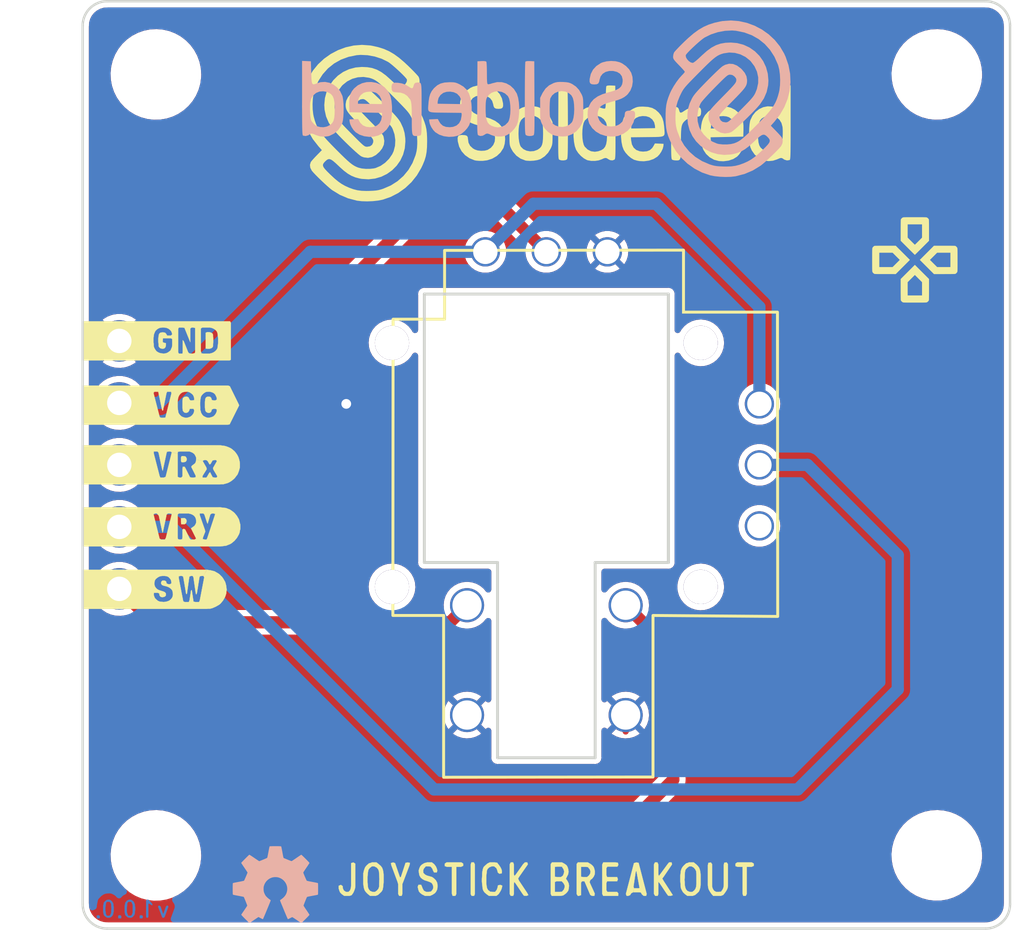
<source format=kicad_pcb>
(kicad_pcb (version 20210623) (generator pcbnew)
  (title_block (title "Joystick breakout") (date "2021-09-09") (rev "V1.0.0.") (company "SOLDRED") (comment 1 "333089"))
  (layers (0 "F.Cu" signal) (31 "B.Cu" signal) (34 "B.Paste" user) (35 "F.Paste" user) (36 "B.SilkS" user "B.Silkscreen") (37 "F.SilkS" user "F.Silkscreen") (38 "B.Mask" user) (39 "F.Mask" user) (44 "Edge.Cuts" user))
  (net 0 "")
  (net 1 "GND")
  (net 2 "SW")
  (net 4 "VRy")
  (net 5 "VCC")
  (net 6 "VRx")
  (footprint "buzzardLabel" (layer "F.Cu") (at 110.6 138.94)
    (fp_text reference "" (at 0 0) (layer "F.SilkS") (effects (font (size 1.27 1.27))))
    (fp_text value "" (at 0 0) (layer "F.SilkS") (effects (font (size 1.27 1.27))))
  )
  (footprint "buzzardLabel" (layer "F.Cu") (at 110.6 133.95)
    (fp_text reference "" (at 0 0) (layer "F.SilkS") (effects (font (size 1.27 1.27))))
    (fp_text value "" (at 0 0) (layer "F.SilkS") (effects (font (size 1.27 1.27))))
  )
  (footprint "e-radionica.com footprinti:FIDUCIAL_23" (layer "F.Cu") (at 146.2 147.3)
    (fp_text reference "FD1")
    (fp_text value "FIDUCIAL")
    (fp_circle (center 0 0) (end 1 0) (layer "F.Cu") (width 0.2) (fill none))
    (pad "1" smd circle (at 0 0) (size 1 1) (layers "F.Cu" "F.Paste" "F.Mask") (clearance 1.1))
  )
  (footprint "Soldered Graphics:Symbol-Front-Joystick" (layer "F.Cu") (at 145.1 128)
    (fp_text reference "G***" hide)
    (fp_text value "LOGO" hide)
  )
  (footprint "e-radionica.com footprinti:HOLE_3.2mm" (layer "F.Cu") (at 114 152.4)
    (fp_text reference "H4" hide)
    (fp_text value "HOLE_3.2mm" hide)
    (pad "" np_thru_hole circle locked (at 0 0) (size 3.2 3.2) (drill 3.2) (layers F&B.Cu *.Mask))
  )
  (footprint "buzzardLabel" (layer "F.Cu") (at 110.6 141.5)
    (fp_text reference "" (at 0 0) (layer "F.SilkS") (effects (font (size 1.27 1.27))))
    (fp_text value "" (at 0 0) (layer "F.SilkS") (effects (font (size 1.27 1.27))))
  )
  (footprint "buzzardLabel" (layer "F.Cu") (at 130 153.4)
    (fp_text reference "" (at 0 0) (layer "F.SilkS") (effects (font (size 1.27 1.27))))
    (fp_text value "" (at 0 0) (layer "F.SilkS") (effects (font (size 1.27 1.27))))
  )
  (footprint "Soldered Graphics:Logo-Back-SolderedFULL-20mm" (layer "F.Cu") (at 130 121.4)
    (fp_text reference "REF**" hide)
    (fp_text value "Logo-Front-SolderedFULL-20mm" hide)
  )
  (footprint "e-radionica.com footprinti:HOLE_3.2mm" (layer "F.Cu") (at 114 120.4)
    (fp_text reference "H1" hide)
    (fp_text value "HOLE_3.2mm" hide)
    (pad "" np_thru_hole circle locked (at 0 0) (size 3.2 3.2) (drill 3.2) (layers F&B.Cu *.Mask))
  )
  (footprint "buzzardLabel" (layer "F.Cu") (at 110.6 136.4)
    (fp_text reference "" (at 0 0) (layer "F.SilkS") (effects (font (size 1.27 1.27))))
    (fp_text value "" (at 0 0) (layer "F.SilkS") (effects (font (size 1.27 1.27))))
  )
  (footprint "e-radionica.com footprinti:HOLE_3.2mm" (layer "F.Cu") (at 146 152.4)
    (fp_text reference "H3" hide)
    (fp_text value "HOLE_3.2mm" hide)
    (pad "" np_thru_hole circle locked (at 0 0) (size 3.2 3.2) (drill 3.2) (layers F&B.Cu *.Mask))
  )
  (footprint "buzzardLabel" (layer "F.Cu") (at 110.6 131.32)
    (fp_text reference "" (at 0 0) (layer "F.SilkS") (effects (font (size 1.27 1.27))))
    (fp_text value "" (at 0 0) (layer "F.SilkS") (effects (font (size 1.27 1.27))))
  )
  (footprint "Soldered Graphics:Logo-Back-OSH-3.5mm" (layer "F.Cu") (at 118.9 153.6)
    (fp_text reference "G***" hide)
    (fp_text value "LOGO" hide)
  )
  (footprint "e-radionica.com footprinti:HOLE_3.2mm" (layer "F.Cu") (at 146 120.4)
    (fp_text reference "H2" hide)
    (fp_text value "HOLE_3.2mm" hide)
    (pad "" np_thru_hole circle locked (at 0 0) (size 3.2 3.2) (drill 3.2) (layers F&B.Cu *.Mask))
  )
  (footprint "e-radionica.com footprinti:joystick" (layer "F.Cu") (at 130 136.4)
    (fp_text reference "K1")
    (fp_text value "Joystick")
    (fp_line (start 5 4) (end 5 -7) (layer "Edge.Cuts") (width 0.12))
    (fp_line (start 5 4) (end 5 -7) (layer "Edge.Cuts") (width 0.12))
    (fp_line (start 5 -7) (end -5 -7) (layer "Edge.Cuts") (width 0.12))
    (fp_line (start -2 12) (end 2 12) (layer "Edge.Cuts") (width 0.12))
    (fp_line (start -2 4) (end -2 12) (layer "Edge.Cuts") (width 0.12))
    (fp_line (start -5 -7) (end -5 4) (layer "Edge.Cuts") (width 0.12))
    (fp_line (start 2 4) (end 5 4) (layer "Edge.Cuts") (width 0.12))
    (fp_line (start -5 4) (end -2 4) (layer "Edge.Cuts") (width 0.12))
    (fp_line (start 2 12) (end 2 4) (layer "Edge.Cuts") (width 0.12))
    (pad "" thru_hole circle (at 6.325 -5) (size 1.4 1.4) (drill 1.5) (layers *.Cu *.Mask))
    (pad "" thru_hole circle (at -6.325 5) (size 1.4 1.4) (drill 1.5) (layers *.Cu *.Mask))
    (pad "" thru_hole circle (at -6.325 -5) (size 1.4 1.4) (drill 1.5) (layers *.Cu *.Mask))
    (pad "" thru_hole circle (at 6.325 5) (size 1.4 1.4) (drill 1.5) (layers *.Cu *.Mask))
    (pad "1" thru_hole circle (at -3.25 10.25) (size 1.4 1.4) (drill 1.2) (layers *.Cu *.Mask) (net 1 "GND"))
    (pad "1" thru_hole circle (at 3.25 10.25) (size 1.4 1.4) (drill 1.2) (layers *.Cu *.Mask) (net 1 "GND"))
    (pad "2" thru_hole circle (at -3.25 5.75) (size 1.4 1.4) (drill 1.2) (layers *.Cu *.Mask) (net 2 "SW"))
    (pad "2" thru_hole circle (at 3.25 5.75) (size 1.4 1.4) (drill 1.2) (layers *.Cu *.Mask) (net 2 "SW"))
    (pad "3" thru_hole circle (at 8.73 2.5) (size 1.2 1.2) (drill 1) (layers *.Cu *.Mask))
    (pad "4" thru_hole circle (at 8.73 0) (size 1.2 1.2) (drill 1) (layers *.Cu *.Mask) (net 4 "VRy"))
    (pad "5" thru_hole circle (at 8.73 -2.5) (size 1.2 1.2) (drill 1) (layers *.Cu *.Mask) (net 5 "VCC"))
    (pad "6" thru_hole circle (at 2.5 -8.73) (size 1.2 1.2) (drill 1) (layers *.Cu *.Mask) (net 1 "GND"))
    (pad "7" thru_hole circle (at 0 -8.73) (size 1.2 1.2) (drill 1) (layers *.Cu *.Mask) (net 6 "VRx"))
    (pad "8" thru_hole circle (at -2.5 -8.73) (size 1.2 1.2) (drill 1) (layers *.Cu *.Mask) (net 5 "VCC"))
  )
  (footprint "Soldered Graphics:Logo-Back-SolderedFULL-20mm" (layer "B.Cu") (at 130 122.4 180)
    (fp_text reference "REF**" hide)
    (fp_text value "Logo-Front-SolderedFULL-20mm" hide)
  )
  (footprint "Soldered Graphics:Version1.0.0." (layer "B.Cu") (at 113 154.6 180)
    (fp_text reference "Ref**" hide)
    (fp_text value "Val**" hide)
    (fp_poly (pts (xy -0.44 -0.38) (xy -0.39 -0.38) (xy -0.34 -0.37) (xy -0.34 -0.33) (xy -0.34 -0.27) (xy -0.38 -0.26) (xy -0.43 -0.26) (xy -0.46 -0.29) (xy -0.46 -0.34) (xy -0.44 -0.38)) (layer "B.Cu") (width 0.01) (fill solid))
    (fp_poly (pts (xy 0.43 -0.38) (xy 0.48 -0.38) (xy 0.54 -0.37) (xy 0.54 -0.33) (xy 0.54 -0.27) (xy 0.5 -0.26) (xy 0.45 -0.26) (xy 0.42 -0.29) (xy 0.42 -0.34) (xy 0.43 -0.38)) (layer "B.Cu") (width 0.01) (fill solid))
    (fp_poly (pts (xy -0.67 -0.35) (xy -0.62 -0.35) (xy -0.6 -0.31) (xy -0.6 0.35) (xy -0.64 0.38) (xy -0.69 0.38) (xy -0.73 0.34) (xy -0.84 0.22) (xy -0.86 0.17) (xy -0.83 0.16) (xy -0.73 0.22) (xy -0.69 0.23) (xy -0.69 -0.31) (xy -0.67 -0.35)) (layer "B.Cu") (width 0.01) (fill solid))
    (fp_poly (pts (xy 0.06 -0.35) (xy 0.11 -0.35) (xy 0.17 -0.33) (xy 0.13 -0.28) (xy 0.03 -0.28) (xy -0.01 -0.25) (xy -0.03 -0.2) (xy -0.05 -0.15) (xy -0.05 -0.11) (xy -0.05 0.01) (xy -0.05 0.13) (xy -0.05 0.17) (xy -0.03 0.22) (xy -0.01 0.27) (xy 0.02 0.3) (xy 0.13 0.3) (xy 0.16 0.26) (xy 0.18 0.21) (xy 0.18 0.15) (xy 0.19 0.05) (xy 0.19 -0.08) (xy 0.19 -0.12) (xy 0.18 -0.17) (xy 0.16 -0.22) (xy 0.14 -0.27) (xy 0.14 -0.28) (xy 0.17 -0.32) (xy 0.21 -0.29) (xy 0.24 -0.26) (xy 0.26 -0.22) (xy 0.27 -0.16) (xy 0.28 -0.11) (xy 0.28 -0.06) (xy 0.28 0.06) (xy 0.28 0.12) (xy 0.27 0.17) (xy 0.26 0.22) (xy 0.25 0.27) (xy 0.22 0.3) (xy 0.19 0.34) (xy 0.13 0.37) (xy 0.08 0.38) (xy 0.02 0.38) (xy -0.03 0.35) (xy -0.08 0.31) (xy -0.1 0.28) (xy -0.12 0.23) (xy -0.14 0.18) (xy -0.14 0.13) (xy -0.15 0.08) (xy -0.15 -0.04) (xy -0.14 -0.1) (xy -0.14 -0.14) (xy -0.13 -0.2) (xy -0.11 -0.25) (xy -0.08 -0.28) (xy -0.05 -0.32) (xy 0.01 -0.35) (xy 0.06 -0.35)) (layer "B.Cu") (width 0.01) (fill solid))
    (fp_poly (pts (xy -1.33 -0.35) (xy -1.27 -0.35) (xy -1.25 -0.31) (xy -1.09 0.1) (xy -1.11 0.13) (xy -1.16 0.13) (xy -1.19 0.1) (xy -1.28 -0.16) (xy -1.3 -0.21) (xy -1.32 -0.17) (xy -1.41 0.09) (xy -1.44 0.13) (xy -1.49 0.13) (xy -1.51 0.1) (xy -1.36 -0.31) (xy -1.33 -0.35)) (layer "B.Cu") (width 0.01) (fill solid))
    (fp_poly (pts (xy 0.93 -0.35) (xy 0.99 -0.35) (xy 1.04 -0.33) (xy 1.01 -0.28) (xy 0.91 -0.28) (xy 0.87 -0.25) (xy 0.85 -0.2) (xy 0.83 -0.15) (xy 0.83 -0.11) (xy 0.82 0.01) (xy 0.83 0.13) (xy 0.83 0.17) (xy 0.84 0.22) (xy 0.87 0.27) (xy 0.9 0.3) (xy 1.01 0.3) (xy 1.04 0.26) (xy 1.05 0.21) (xy 1.06 0.15) (xy 1.07 0.05) (xy 1.07 -0.08) (xy 1.06 -0.12) (xy 1.06 -0.17) (xy 1.04 -0.22) (xy 1.02 -0.27) (xy 1.01 -0.28) (xy 1.05 -0.32) (xy 1.09 -0.29) (xy 1.12 -0.26) (xy 1.14 -0.22) (xy 1.15 -0.16) (xy 1.16 -0.11) (xy 1.16 -0.06) (xy 1.16 0.06) (xy 1.16 0.12) (xy 1.15 0.17) (xy 1.14 0.22) (xy 1.13 0.27) (xy 1.1 0.3) (xy 1.06 0.34) (xy 1.01 0.37) (xy 0.95 0.38) (xy 0.9 0.38) (xy 0.84 0.35) (xy 0.8 0.31) (xy 0.78 0.28) (xy 0.75 0.23) (xy 0.74 0.18) (xy 0.74 0.13) (xy 0.73 0.08) (xy 0.73 -0.04) (xy 0.73 -0.1) (xy 0.74 -0.14) (xy 0.75 -0.2) (xy 0.77 -0.25) (xy 0.79 -0.28) (xy 0.83 -0.32) (xy 0.89 -0.35) (xy 0.93 -0.35)) (layer "B.Cu") (width 0.01) (fill solid))
    (fp_poly (pts (xy 1.31 -0.38) (xy 1.36 -0.38) (xy 1.41 -0.37) (xy 1.42 -0.33) (xy 1.42 -0.27) (xy 1.38 -0.26) (xy 1.33 -0.26) (xy 1.3 -0.29) (xy 1.3 -0.34) (xy 1.31 -0.38)) (layer "B.Cu") (width 0.01) (fill solid))
  )
  (footprint "e-radionica.com footprinti:HEADER_MALE_5X1" (layer "B.Cu") (at 112.5 136.4 90)
    (fp_text reference "K2")
    (fp_text value "HEADER_MALE_5X1")
    (pad "1" thru_hole circle locked (at -5.08 0 90) (size 1.7 1.7) (drill 1) (layers *.Cu *.Mask) (net 2 "SW"))
    (pad "2" thru_hole circle locked (at -2.54 0 90) (size 1.7 1.7) (drill 1) (layers *.Cu *.Mask) (net 4 "VRy"))
    (pad "3" thru_hole circle locked (at 0 0 90) (size 1.7 1.7) (drill 1) (layers *.Cu *.Mask) (net 6 "VRx"))
    (pad "4" thru_hole circle locked (at 2.54 0 90) (size 1.7 1.7) (drill 1) (layers *.Cu *.Mask) (net 5 "VCC"))
    (pad "5" thru_hole circle locked (at 5.08 0 90) (size 1.7 1.7) (drill 1) (layers *.Cu *.Mask) (net 1 "GND"))
  )
  (gr_arc (start 148 118.4) (end 148 117.4) (angle 90) (layer "Edge.Cuts") (width 0.1))
  (gr_line (start 111 118.4) (end 111 154.4) (layer "Edge.Cuts") (width 0.1))
  (gr_arc (start 112 154.4) (end 112 155.4) (angle 90) (layer "Edge.Cuts") (width 0.1))
  (gr_arc (start 148 154.4) (end 148 155.4) (angle -90) (layer "Edge.Cuts") (width 0.1))
  (gr_line (start 112 155.4) (end 148 155.4) (layer "Edge.Cuts") (width 0.1))
  (gr_line (start 148 117.4) (end 112 117.4) (layer "Edge.Cuts") (width 0.1))
  (gr_arc (start 111.999997 118.4) (end 111 118.4) (angle 90) (layer "Edge.Cuts") (width 0.1))
  (gr_line (start 149 154.4) (end 149 118.4) (layer "Edge.Cuts") (width 0.1))
  (segment (start 133.25 147.326804) (end 133.25 146.65) (width 0.25) (layer "F.Cu") (net 1))
  (via (at 121.8 133.9) (size 0.8) (drill 0.4) (layers "F.Cu" "B.Cu") (net 1))
  (segment (start 133.7 150.8) (end 135.2 149.3) (width 0.5) (layer "F.Cu") (net 2))
  (segment (start 121.8 150.8) (end 133.7 150.8) (width 0.5) (layer "F.Cu") (net 2))
  (segment (start 126.05 142.85) (end 126.75 142.15) (width 0.5) (layer "F.Cu") (net 2))
  (segment (start 113.87 142.87) (end 121.8 150.8) (width 0.5) (layer "F.Cu") (net 2))
  (segment (start 113.87 142.85) (end 126.05 142.85) (width 0.5) (layer "F.Cu") (net 2))
  (segment (start 113.87 142.85) (end 113.87 142.87) (width 0.5) (layer "F.Cu") (net 2))
  (segment (start 112.5 141.48) (end 113.87 142.85) (width 0.5) (layer "F.Cu") (net 2))
  (segment (start 135.2 149.3) (end 135.2 144.1) (width 0.5) (layer "F.Cu") (net 2))
  (segment (start 126.75 142.15) (end 127 142.4) (width 0.25) (layer "F.Cu") (net 2))
  (segment (start 135.2 144.1) (end 133.25 142.15) (width 0.5) (layer "F.Cu") (net 2))
  (segment (start 144.4 140.1) (end 140.7 136.4) (width 0.5) (layer "B.Cu") (net 4))
  (segment (start 144.4 145.6) (end 144.4 140.1) (width 0.5) (layer "B.Cu") (net 4))
  (segment (start 125.4 149.7) (end 140.3 149.7) (width 0.5) (layer "B.Cu") (net 4))
  (segment (start 114.64 138.94) (end 125.4 149.7) (width 0.5) (layer "B.Cu") (net 4))
  (segment (start 140.7 136.4) (end 138.73 136.4) (width 0.5) (layer "B.Cu") (net 4))
  (segment (start 112.5 138.94) (end 114.64 138.94) (width 0.5) (layer "B.Cu") (net 4))
  (segment (start 140.3 149.7) (end 144.4 145.6) (width 0.5) (layer "B.Cu") (net 4))
  (segment (start 138.73 129.93) (end 138.73 133.9) (width 0.5) (layer "B.Cu") (net 5))
  (segment (start 114.14 133.86) (end 112.5 133.86) (width 0.5) (layer "B.Cu") (net 5))
  (segment (start 127.5 127.67) (end 129.47 125.7) (width 0.5) (layer "B.Cu") (net 5))
  (segment (start 127.5 127.67) (end 120.33 127.67) (width 0.5) (layer "B.Cu") (net 5))
  (segment (start 134.5 125.7) (end 138.73 129.93) (width 0.5) (layer "B.Cu") (net 5))
  (segment (start 129.47 125.7) (end 134.5 125.7) (width 0.5) (layer "B.Cu") (net 5))
  (segment (start 120.33 127.67) (end 114.14 133.86) (width 0.5) (layer "B.Cu") (net 5))
  (segment (start 112.5 136.4) (end 114.4 136.4) (width 0.5) (layer "F.Cu") (net 6))
  (segment (start 114.4 136.4) (end 125.1 125.7) (width 0.5) (layer "F.Cu") (net 6))
  (segment (start 125.1 125.7) (end 128.03 125.7) (width 0.5) (layer "F.Cu") (net 6))
  (segment (start 128.03 125.7) (end 130 127.67) (width 0.5) (layer "F.Cu") (net 6))
  (zone (net 1) (net_name "GND") (layers F&B.Cu) (connect_pads (clearance 0.254)) (min_thickness 0.254) (fill yes (thermal_gap 0.254) (thermal_bridge_width 0.254))
    (polygon (pts (xy 149 155.4) (xy 111 155.4) (xy 111 117.4) (xy 149 117.4)))
  )
)
</source>
